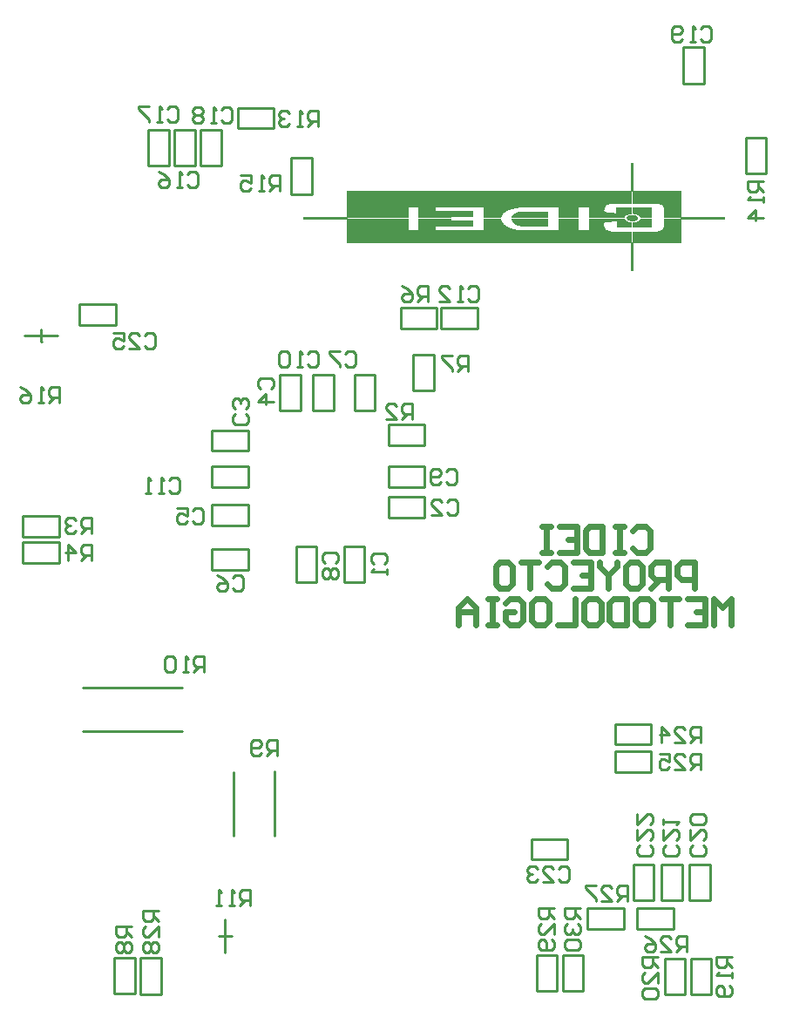
<source format=gbo>
%FSLAX24Y24*%
%MOIN*%
G70*
G01*
G75*
G04 Layer_Color=32896*
%ADD10C,0.0100*%
%ADD11C,0.0010*%
%ADD12C,0.0218*%
D10*
X51094Y63406D02*
Y64784D01*
X50306D02*
X51094D01*
X50306Y63406D02*
Y64784D01*
Y63406D02*
X51094D01*
Y63485D01*
X27163Y32011D02*
Y33389D01*
Y32011D02*
X27950D01*
Y33389D01*
X27163D02*
X27950D01*
X27163Y33310D02*
Y33389D01*
X26950Y32021D02*
Y33399D01*
X26163D02*
X26950D01*
X26163Y32021D02*
Y33399D01*
Y32021D02*
X26950D01*
Y32100D01*
X22666Y49294D02*
X24044D01*
X22666Y48506D02*
Y49294D01*
Y48506D02*
X24044D01*
Y49294D01*
X23965D02*
X24044D01*
X27456Y63706D02*
Y65084D01*
Y63706D02*
X28244D01*
Y65084D01*
X27456D02*
X28244D01*
X27456Y65005D02*
Y65084D01*
X28454Y63706D02*
Y65084D01*
Y63706D02*
X29242D01*
Y65084D01*
X28454D02*
X29242D01*
X28454Y65005D02*
Y65084D01*
X29452Y63706D02*
Y65084D01*
Y63706D02*
X30240D01*
Y65084D01*
X29452D02*
X30240D01*
X29452Y65005D02*
Y65084D01*
X48701Y66850D02*
Y68228D01*
X47913D02*
X48701D01*
X47913Y66850D02*
Y68228D01*
Y66850D02*
X48701D01*
Y66929D01*
X46006Y35606D02*
Y36984D01*
Y35606D02*
X46794D01*
Y36984D01*
X46006D02*
X46794D01*
X46006Y36906D02*
Y36984D01*
X47869Y35606D02*
Y36984D01*
X47081D02*
X47869D01*
X47081Y35606D02*
Y36984D01*
Y35606D02*
X47869D01*
Y35685D01*
X48156Y35606D02*
Y36984D01*
Y35606D02*
X48944D01*
Y36984D01*
X48156D02*
X48944D01*
X48156Y36906D02*
Y36984D01*
X44256Y34506D02*
X45634D01*
Y35294D01*
X44256D02*
X45634D01*
X44256Y34506D02*
Y35294D01*
Y34506D02*
X44335D01*
X46156D02*
X47534D01*
Y35294D01*
X46156D02*
X47534D01*
X46156Y34506D02*
Y35294D01*
Y34506D02*
X46235D01*
X42118Y37941D02*
X43496D01*
X42118Y37154D02*
Y37941D01*
Y37154D02*
X43496D01*
Y37941D01*
X43417D02*
X43496D01*
X47994Y32006D02*
Y33384D01*
X47206D02*
X47994D01*
X47206Y32006D02*
Y33384D01*
Y32006D02*
X47994D01*
Y32085D01*
X48994Y32006D02*
Y33384D01*
X48206D02*
X48994D01*
X48206Y32006D02*
Y33384D01*
Y32006D02*
X48994D01*
Y32085D01*
X45316Y41294D02*
X46694D01*
X45316Y40506D02*
Y41294D01*
Y40506D02*
X46694D01*
Y41294D01*
X46615D02*
X46694D01*
X45316Y42344D02*
X46694D01*
X45316Y41556D02*
Y42344D01*
Y41556D02*
X46694D01*
Y42344D01*
X46615D02*
X46694D01*
X42306Y32131D02*
Y33509D01*
Y32131D02*
X43094D01*
Y33509D01*
X42306D02*
X43094D01*
X42306Y33430D02*
Y33509D01*
X22666Y50294D02*
X24044D01*
X22666Y49506D02*
Y50294D01*
Y49506D02*
X24044D01*
Y50294D01*
X23965D02*
X24044D01*
X36637Y53006D02*
X38015D01*
Y53794D01*
X36637D02*
X38015D01*
X36637Y53006D02*
Y53794D01*
Y53006D02*
X36716D01*
X36637Y51416D02*
X38015D01*
Y52203D01*
X36637D02*
X38015D01*
X36637Y51416D02*
Y52203D01*
Y51416D02*
X36716D01*
X33109Y47752D02*
Y49130D01*
Y47752D02*
X33896D01*
Y49130D01*
X33109D02*
X33896D01*
X33109Y49051D02*
Y49130D01*
X29896Y50733D02*
X31274D01*
X29896Y49946D02*
Y50733D01*
Y49946D02*
X31274D01*
Y50733D01*
X31195D02*
X31274D01*
X29896Y52205D02*
X31274D01*
X29896Y51418D02*
Y52205D01*
Y51418D02*
X31274D01*
Y52205D01*
X31195D02*
X31274D01*
X36637Y50246D02*
X38015D01*
Y51033D01*
X36637D02*
X38015D01*
X36637Y50246D02*
Y51033D01*
Y50246D02*
X36716D01*
X34937Y47752D02*
Y49130D01*
Y47752D02*
X35724D01*
Y49130D01*
X34937D02*
X35724D01*
X34937Y49051D02*
Y49130D01*
X34535Y54319D02*
Y55697D01*
X33748D02*
X34535D01*
X33748Y54319D02*
Y55697D01*
Y54319D02*
X34535D01*
Y54398D01*
X29896Y53583D02*
X31274D01*
X29896Y52796D02*
Y53583D01*
Y52796D02*
X31274D01*
Y53583D01*
X31195D02*
X31274D01*
X33274Y54319D02*
Y55697D01*
X32487D02*
X33274D01*
X32487Y54319D02*
Y55697D01*
Y54319D02*
X33274D01*
Y54398D01*
X36124Y54319D02*
Y55697D01*
X35337D02*
X36124D01*
X35337Y54319D02*
Y55697D01*
Y54319D02*
X36124D01*
Y54398D01*
X29896Y49033D02*
X31274D01*
X29896Y48246D02*
Y49033D01*
Y48246D02*
X31274D01*
Y49033D01*
X31195D02*
X31274D01*
X38661Y57480D02*
X40039D01*
Y58268D01*
X38661D02*
X40039D01*
X38661Y57480D02*
Y58268D01*
Y57480D02*
X38740D01*
X37110D02*
X38488D01*
Y58268D01*
X37110D02*
X38488D01*
X37110Y57480D02*
Y58268D01*
Y57480D02*
X37189D01*
X37587Y55105D02*
Y56483D01*
Y55105D02*
X38374D01*
Y56483D01*
X37587D02*
X38374D01*
X37587Y56404D02*
Y56483D01*
X30877Y65908D02*
X32255D01*
X30877Y65121D02*
Y65908D01*
Y65121D02*
X32255D01*
Y65908D01*
X32176D02*
X32255D01*
X33714Y62618D02*
Y63996D01*
X32927D02*
X33714D01*
X32927Y62618D02*
Y63996D01*
Y62618D02*
X33714D01*
Y62697D01*
X43306Y32131D02*
Y33509D01*
Y32131D02*
X44094D01*
Y33509D01*
X43306D02*
X44094D01*
X43306Y33430D02*
Y33509D01*
X22725Y57199D02*
X24000D01*
X23363Y56959D02*
Y57439D01*
Y56959D02*
X23367Y56955D01*
X30640Y34246D02*
X30644Y34250D01*
X30160Y34246D02*
X30640D01*
X30400Y33608D02*
Y34884D01*
X24960Y43746D02*
X28740D01*
X24960Y42054D02*
X28740D01*
X24824Y57606D02*
X26202D01*
Y58394D01*
X24824D02*
X26202D01*
X24824Y57606D02*
Y58394D01*
Y57606D02*
X24903D01*
X32287Y38080D02*
Y40522D01*
X30717Y38067D02*
Y40516D01*
X32400Y41150D02*
Y41750D01*
X32100D01*
X32000Y41650D01*
Y41450D01*
X32100Y41350D01*
X32400D01*
X32200D02*
X32000Y41150D01*
X31800Y41250D02*
X31700Y41150D01*
X31500D01*
X31400Y41250D01*
Y41650D01*
X31500Y41750D01*
X31700D01*
X31800Y41650D01*
Y41550D01*
X31700Y41450D01*
X31400D01*
X51000Y63100D02*
X50400D01*
Y62800D01*
X50500Y62700D01*
X50700D01*
X50800Y62800D01*
Y63100D01*
Y62900D02*
X51000Y62700D01*
Y62500D02*
Y62300D01*
Y62400D01*
X50400D01*
X50500Y62500D01*
X51000Y61700D02*
X50400D01*
X50700Y62000D01*
Y61600D01*
X36080Y48456D02*
X35980Y48556D01*
Y48756D01*
X36080Y48856D01*
X36480D01*
X36580Y48756D01*
Y48556D01*
X36480Y48456D01*
X36580Y48256D02*
Y48056D01*
Y48156D01*
X35980D01*
X36080Y48256D01*
X38895Y50850D02*
X38995Y50950D01*
X39195D01*
X39295Y50850D01*
Y50450D01*
X39195Y50350D01*
X38995D01*
X38895Y50450D01*
X38295Y50350D02*
X38695D01*
X38295Y50750D01*
Y50850D01*
X38395Y50950D01*
X38595D01*
X38695Y50850D01*
X31200Y54200D02*
X31300Y54100D01*
Y53900D01*
X31200Y53800D01*
X30800D01*
X30700Y53900D01*
Y54100D01*
X30800Y54200D01*
X31200Y54400D02*
X31300Y54500D01*
Y54700D01*
X31200Y54800D01*
X31100D01*
X31000Y54700D01*
Y54600D01*
Y54700D01*
X30900Y54800D01*
X30800D01*
X30700Y54700D01*
Y54500D01*
X30800Y54400D01*
X31750Y55181D02*
X31650Y55281D01*
Y55481D01*
X31750Y55581D01*
X32150D01*
X32250Y55481D01*
Y55281D01*
X32150Y55181D01*
X32250Y54682D02*
X31650D01*
X31950Y54981D01*
Y54582D01*
X29150Y50500D02*
X29250Y50600D01*
X29450D01*
X29550Y50500D01*
Y50100D01*
X29450Y50000D01*
X29250D01*
X29150Y50100D01*
X28550Y50600D02*
X28950D01*
Y50300D01*
X28750Y50400D01*
X28650D01*
X28550Y50300D01*
Y50100D01*
X28650Y50000D01*
X28850D01*
X28950Y50100D01*
X30686Y47923D02*
X30786Y48023D01*
X30986D01*
X31086Y47923D01*
Y47523D01*
X30986Y47423D01*
X30786D01*
X30686Y47523D01*
X30087Y48023D02*
X30286Y47923D01*
X30486Y47723D01*
Y47523D01*
X30386Y47423D01*
X30187D01*
X30087Y47523D01*
Y47623D01*
X30187Y47723D01*
X30486D01*
X35000Y56500D02*
X35100Y56600D01*
X35300D01*
X35400Y56500D01*
Y56100D01*
X35300Y56000D01*
X35100D01*
X35000Y56100D01*
X34800Y56600D02*
X34400D01*
Y56500D01*
X34800Y56100D01*
Y56000D01*
X34230Y48506D02*
X34130Y48606D01*
Y48806D01*
X34230Y48906D01*
X34630D01*
X34730Y48806D01*
Y48606D01*
X34630Y48506D01*
X34230Y48306D02*
X34130Y48206D01*
Y48006D01*
X34230Y47906D01*
X34330D01*
X34430Y48006D01*
X34530Y47906D01*
X34630D01*
X34730Y48006D01*
Y48206D01*
X34630Y48306D01*
X34530D01*
X34430Y48206D01*
X34330Y48306D01*
X34230D01*
X34430Y48206D02*
Y48006D01*
X38853Y52008D02*
X38953Y52108D01*
X39153D01*
X39253Y52008D01*
Y51608D01*
X39153Y51508D01*
X38953D01*
X38853Y51608D01*
X38653D02*
X38553Y51508D01*
X38353D01*
X38253Y51608D01*
Y52008D01*
X38353Y52108D01*
X38553D01*
X38653Y52008D01*
Y51908D01*
X38553Y51808D01*
X38253D01*
X33550Y56500D02*
X33650Y56600D01*
X33850D01*
X33950Y56500D01*
Y56100D01*
X33850Y56000D01*
X33650D01*
X33550Y56100D01*
X33350Y56000D02*
X33150D01*
X33250D01*
Y56600D01*
X33350Y56500D01*
X32850D02*
X32750Y56600D01*
X32550D01*
X32450Y56500D01*
Y56100D01*
X32550Y56000D01*
X32750D01*
X32850Y56100D01*
Y56500D01*
X28250Y51674D02*
X28350Y51774D01*
X28550D01*
X28650Y51674D01*
Y51274D01*
X28550Y51174D01*
X28350D01*
X28250Y51274D01*
X28050Y51174D02*
X27850D01*
X27950D01*
Y51774D01*
X28050Y51674D01*
X27550Y51174D02*
X27350D01*
X27450D01*
Y51774D01*
X27550Y51674D01*
X39700Y59000D02*
X39800Y59100D01*
X40000D01*
X40100Y59000D01*
Y58600D01*
X40000Y58500D01*
X39800D01*
X39700Y58600D01*
X39500Y58500D02*
X39300D01*
X39400D01*
Y59100D01*
X39500Y59000D01*
X38600Y58500D02*
X39000D01*
X38600Y58900D01*
Y59000D01*
X38700Y59100D01*
X38900D01*
X39000Y59000D01*
X28953Y63353D02*
X29053Y63453D01*
X29253D01*
X29353Y63353D01*
Y62953D01*
X29253Y62853D01*
X29053D01*
X28953Y62953D01*
X28753Y62853D02*
X28553D01*
X28653D01*
Y63453D01*
X28753Y63353D01*
X27853Y63453D02*
X28053Y63353D01*
X28253Y63153D01*
Y62953D01*
X28153Y62853D01*
X27953D01*
X27853Y62953D01*
Y63053D01*
X27953Y63153D01*
X28253D01*
X28194Y65858D02*
X28294Y65958D01*
X28494D01*
X28594Y65858D01*
Y65458D01*
X28494Y65358D01*
X28294D01*
X28194Y65458D01*
X27994Y65358D02*
X27794D01*
X27894D01*
Y65958D01*
X27994Y65858D01*
X27494Y65958D02*
X27094D01*
Y65858D01*
X27494Y65458D01*
Y65358D01*
X30245Y65822D02*
X30345Y65922D01*
X30545D01*
X30645Y65822D01*
Y65422D01*
X30545Y65322D01*
X30345D01*
X30245Y65422D01*
X30045Y65322D02*
X29846D01*
X29945D01*
Y65922D01*
X30045Y65822D01*
X29546D02*
X29446Y65922D01*
X29246D01*
X29146Y65822D01*
Y65722D01*
X29246Y65622D01*
X29146Y65522D01*
Y65422D01*
X29246Y65322D01*
X29446D01*
X29546Y65422D01*
Y65522D01*
X29446Y65622D01*
X29546Y65722D01*
Y65822D01*
X29446Y65622D02*
X29246D01*
X48600Y68950D02*
X48700Y69050D01*
X48900D01*
X49000Y68950D01*
Y68550D01*
X48900Y68450D01*
X48700D01*
X48600Y68550D01*
X48400Y68450D02*
X48200D01*
X48300D01*
Y69050D01*
X48400Y68950D01*
X47900Y68550D02*
X47800Y68450D01*
X47600D01*
X47500Y68550D01*
Y68950D01*
X47600Y69050D01*
X47800D01*
X47900Y68950D01*
Y68850D01*
X47800Y68750D01*
X47500D01*
X48700Y37700D02*
X48800Y37600D01*
Y37400D01*
X48700Y37300D01*
X48300D01*
X48200Y37400D01*
Y37600D01*
X48300Y37700D01*
X48200Y38300D02*
Y37900D01*
X48600Y38300D01*
X48700D01*
X48800Y38200D01*
Y38000D01*
X48700Y37900D01*
Y38500D02*
X48800Y38600D01*
Y38800D01*
X48700Y38899D01*
X48300D01*
X48200Y38800D01*
Y38600D01*
X48300Y38500D01*
X48700D01*
X47650Y37700D02*
X47750Y37600D01*
Y37400D01*
X47650Y37300D01*
X47250D01*
X47150Y37400D01*
Y37600D01*
X47250Y37700D01*
X47150Y38300D02*
Y37900D01*
X47550Y38300D01*
X47650D01*
X47750Y38200D01*
Y38000D01*
X47650Y37900D01*
X47150Y38500D02*
Y38700D01*
Y38600D01*
X47750D01*
X47650Y38500D01*
X46650Y37700D02*
X46750Y37600D01*
Y37400D01*
X46650Y37300D01*
X46250D01*
X46150Y37400D01*
Y37600D01*
X46250Y37700D01*
X46150Y38300D02*
Y37900D01*
X46550Y38300D01*
X46650D01*
X46750Y38200D01*
Y38000D01*
X46650Y37900D01*
X46150Y38899D02*
Y38500D01*
X46550Y38899D01*
X46650D01*
X46750Y38800D01*
Y38600D01*
X46650Y38500D01*
X43152Y36797D02*
X43252Y36897D01*
X43452D01*
X43552Y36797D01*
Y36397D01*
X43452Y36297D01*
X43252D01*
X43152Y36397D01*
X42553Y36297D02*
X42953D01*
X42553Y36697D01*
Y36797D01*
X42653Y36897D01*
X42853D01*
X42953Y36797D01*
X42353D02*
X42253Y36897D01*
X42053D01*
X41953Y36797D01*
Y36697D01*
X42053Y36597D01*
X42153D01*
X42053D01*
X41953Y36497D01*
Y36397D01*
X42053Y36297D01*
X42253D01*
X42353Y36397D01*
X27331Y57200D02*
X27431Y57300D01*
X27631D01*
X27731Y57200D01*
Y56800D01*
X27631Y56700D01*
X27431D01*
X27331Y56800D01*
X26731Y56700D02*
X27131D01*
X26731Y57100D01*
Y57200D01*
X26831Y57300D01*
X27031D01*
X27131Y57200D01*
X26132Y57300D02*
X26531D01*
Y57000D01*
X26332Y57100D01*
X26232D01*
X26132Y57000D01*
Y56800D01*
X26232Y56700D01*
X26432D01*
X26531Y56800D01*
X37550Y54000D02*
Y54600D01*
X37250D01*
X37150Y54500D01*
Y54300D01*
X37250Y54200D01*
X37550D01*
X37350D02*
X37150Y54000D01*
X36550D02*
X36950D01*
X36550Y54400D01*
Y54500D01*
X36650Y54600D01*
X36850D01*
X36950Y54500D01*
X25300Y49650D02*
Y50250D01*
X25000D01*
X24900Y50150D01*
Y49950D01*
X25000Y49850D01*
X25300D01*
X25100D02*
X24900Y49650D01*
X24700Y50150D02*
X24600Y50250D01*
X24400D01*
X24300Y50150D01*
Y50050D01*
X24400Y49950D01*
X24500D01*
X24400D01*
X24300Y49850D01*
Y49750D01*
X24400Y49650D01*
X24600D01*
X24700Y49750D01*
X25300Y48600D02*
Y49200D01*
X25000D01*
X24900Y49100D01*
Y48900D01*
X25000Y48800D01*
X25300D01*
X25100D02*
X24900Y48600D01*
X24400D02*
Y49200D01*
X24700Y48900D01*
X24300D01*
X38150Y58500D02*
Y59100D01*
X37850D01*
X37750Y59000D01*
Y58800D01*
X37850Y58700D01*
X38150D01*
X37950D02*
X37750Y58500D01*
X37150Y59100D02*
X37350Y59000D01*
X37550Y58800D01*
Y58600D01*
X37450Y58500D01*
X37250D01*
X37150Y58600D01*
Y58700D01*
X37250Y58800D01*
X37550D01*
X39700Y55850D02*
Y56450D01*
X39400D01*
X39300Y56350D01*
Y56150D01*
X39400Y56050D01*
X39700D01*
X39500D02*
X39300Y55850D01*
X39100Y56450D02*
X38700D01*
Y56350D01*
X39100Y55950D01*
Y55850D01*
X26806Y34595D02*
X26206D01*
Y34295D01*
X26306Y34195D01*
X26506D01*
X26606Y34295D01*
Y34595D01*
Y34395D02*
X26806Y34195D01*
X26306Y33995D02*
X26206Y33895D01*
Y33695D01*
X26306Y33595D01*
X26406D01*
X26506Y33695D01*
X26606Y33595D01*
X26706D01*
X26806Y33695D01*
Y33895D01*
X26706Y33995D01*
X26606D01*
X26506Y33895D01*
X26406Y33995D01*
X26306D01*
X26506Y33895D02*
Y33695D01*
X29600Y44330D02*
Y44930D01*
X29300D01*
X29200Y44830D01*
Y44630D01*
X29300Y44530D01*
X29600D01*
X29400D02*
X29200Y44330D01*
X29000D02*
X28800D01*
X28900D01*
Y44930D01*
X29000Y44830D01*
X28500D02*
X28400Y44930D01*
X28200D01*
X28100Y44830D01*
Y44430D01*
X28200Y44330D01*
X28400D01*
X28500Y44430D01*
Y44830D01*
X31350Y35400D02*
Y36000D01*
X31050D01*
X30950Y35900D01*
Y35700D01*
X31050Y35600D01*
X31350D01*
X31150D02*
X30950Y35400D01*
X30750D02*
X30550D01*
X30650D01*
Y36000D01*
X30750Y35900D01*
X30250Y35400D02*
X30050D01*
X30150D01*
Y36000D01*
X30250Y35900D01*
X33958Y65218D02*
Y65818D01*
X33658D01*
X33558Y65718D01*
Y65518D01*
X33658Y65418D01*
X33958D01*
X33758D02*
X33558Y65218D01*
X33358D02*
X33158D01*
X33258D01*
Y65818D01*
X33358Y65718D01*
X32858D02*
X32758Y65818D01*
X32558D01*
X32458Y65718D01*
Y65618D01*
X32558Y65518D01*
X32658D01*
X32558D01*
X32458Y65418D01*
Y65318D01*
X32558Y65218D01*
X32758D01*
X32858Y65318D01*
X32500Y62750D02*
Y63350D01*
X32200D01*
X32100Y63250D01*
Y63050D01*
X32200Y62950D01*
X32500D01*
X32300D02*
X32100Y62750D01*
X31900D02*
X31700D01*
X31800D01*
Y63350D01*
X31900Y63250D01*
X31000Y63350D02*
X31400D01*
Y63050D01*
X31200Y63150D01*
X31100D01*
X31000Y63050D01*
Y62850D01*
X31100Y62750D01*
X31300D01*
X31400Y62850D01*
X24050Y54650D02*
Y55250D01*
X23750D01*
X23650Y55150D01*
Y54950D01*
X23750Y54850D01*
X24050D01*
X23850D02*
X23650Y54650D01*
X23450D02*
X23250D01*
X23350D01*
Y55250D01*
X23450Y55150D01*
X22550Y55250D02*
X22750Y55150D01*
X22950Y54950D01*
Y54750D01*
X22850Y54650D01*
X22650D01*
X22550Y54750D01*
Y54850D01*
X22650Y54950D01*
X22950D01*
X49800Y33450D02*
X49200D01*
Y33150D01*
X49300Y33050D01*
X49500D01*
X49600Y33150D01*
Y33450D01*
Y33250D02*
X49800Y33050D01*
Y32850D02*
Y32650D01*
Y32750D01*
X49200D01*
X49300Y32850D01*
X49700Y32350D02*
X49800Y32250D01*
Y32050D01*
X49700Y31950D01*
X49300D01*
X49200Y32050D01*
Y32250D01*
X49300Y32350D01*
X49400D01*
X49500Y32250D01*
Y31950D01*
X46950Y33450D02*
X46350D01*
Y33150D01*
X46450Y33050D01*
X46650D01*
X46750Y33150D01*
Y33450D01*
Y33250D02*
X46950Y33050D01*
Y32450D02*
Y32850D01*
X46550Y32450D01*
X46450D01*
X46350Y32550D01*
Y32750D01*
X46450Y32850D01*
Y32250D02*
X46350Y32150D01*
Y31950D01*
X46450Y31851D01*
X46850D01*
X46950Y31950D01*
Y32150D01*
X46850Y32250D01*
X46450D01*
X48600Y41650D02*
Y42250D01*
X48300D01*
X48200Y42150D01*
Y41950D01*
X48300Y41850D01*
X48600D01*
X48400D02*
X48200Y41650D01*
X47600D02*
X48000D01*
X47600Y42050D01*
Y42150D01*
X47700Y42250D01*
X47900D01*
X48000Y42150D01*
X47100Y41650D02*
Y42250D01*
X47400Y41950D01*
X47001D01*
X48600Y40600D02*
Y41200D01*
X48300D01*
X48200Y41100D01*
Y40900D01*
X48300Y40800D01*
X48600D01*
X48400D02*
X48200Y40600D01*
X47600D02*
X48000D01*
X47600Y41000D01*
Y41100D01*
X47700Y41200D01*
X47900D01*
X48000Y41100D01*
X47001Y41200D02*
X47400D01*
Y40900D01*
X47200Y41000D01*
X47100D01*
X47001Y40900D01*
Y40700D01*
X47100Y40600D01*
X47300D01*
X47400Y40700D01*
X48050Y33650D02*
Y34249D01*
X47750D01*
X47650Y34149D01*
Y33950D01*
X47750Y33850D01*
X48050D01*
X47850D02*
X47650Y33650D01*
X47050D02*
X47450D01*
X47050Y34049D01*
Y34149D01*
X47150Y34249D01*
X47350D01*
X47450Y34149D01*
X46450Y34249D02*
X46650Y34149D01*
X46850Y33950D01*
Y33750D01*
X46750Y33650D01*
X46550D01*
X46450Y33750D01*
Y33850D01*
X46550Y33950D01*
X46850D01*
X45777Y35560D02*
Y36160D01*
X45477D01*
X45377Y36060D01*
Y35860D01*
X45477Y35760D01*
X45777D01*
X45577D02*
X45377Y35560D01*
X44777D02*
X45177D01*
X44777Y35960D01*
Y36060D01*
X44877Y36160D01*
X45077D01*
X45177Y36060D01*
X44577Y36160D02*
X44177D01*
Y36060D01*
X44577Y35660D01*
Y35560D01*
X27856Y35195D02*
X27256D01*
Y34895D01*
X27356Y34795D01*
X27556D01*
X27656Y34895D01*
Y35195D01*
Y34995D02*
X27856Y34795D01*
Y34195D02*
Y34595D01*
X27456Y34195D01*
X27356D01*
X27256Y34295D01*
Y34495D01*
X27356Y34595D01*
Y33995D02*
X27256Y33895D01*
Y33695D01*
X27356Y33595D01*
X27456D01*
X27556Y33695D01*
X27656Y33595D01*
X27756D01*
X27856Y33695D01*
Y33895D01*
X27756Y33995D01*
X27656D01*
X27556Y33895D01*
X27456Y33995D01*
X27356D01*
X27556Y33895D02*
Y33695D01*
X43000Y35315D02*
X42400D01*
Y35015D01*
X42500Y34915D01*
X42700D01*
X42800Y35015D01*
Y35315D01*
Y35115D02*
X43000Y34915D01*
Y34315D02*
Y34715D01*
X42600Y34315D01*
X42500D01*
X42400Y34415D01*
Y34615D01*
X42500Y34715D01*
X42900Y34115D02*
X43000Y34015D01*
Y33815D01*
X42900Y33715D01*
X42500D01*
X42400Y33815D01*
Y34015D01*
X42500Y34115D01*
X42600D01*
X42700Y34015D01*
Y33715D01*
X44000Y35315D02*
X43400D01*
Y35015D01*
X43500Y34915D01*
X43700D01*
X43800Y35015D01*
Y35315D01*
Y35115D02*
X44000Y34915D01*
X43500Y34715D02*
X43400Y34615D01*
Y34415D01*
X43500Y34315D01*
X43600D01*
X43700Y34415D01*
Y34515D01*
Y34415D01*
X43800Y34315D01*
X43900D01*
X44000Y34415D01*
Y34615D01*
X43900Y34715D01*
X43500Y34115D02*
X43400Y34015D01*
Y33815D01*
X43500Y33715D01*
X43900D01*
X44000Y33815D01*
Y34015D01*
X43900Y34115D01*
X43500D01*
D11*
X35061Y61200D02*
X45061D01*
X35061Y62720D02*
X45931D01*
X35061Y62710D02*
X45931D01*
X35061Y62700D02*
X45931D01*
X35061Y62690D02*
X45931D01*
X35061Y62680D02*
X45931D01*
X35061Y62670D02*
X45931D01*
X35061Y62660D02*
X45931D01*
X35061Y62650D02*
X45931D01*
X35061Y62640D02*
X45931D01*
X35061Y62630D02*
X45931D01*
X35061Y62620D02*
X45931D01*
X35061Y62610D02*
X45931D01*
X35061Y62600D02*
X45931D01*
X35061Y62590D02*
X45931D01*
X35061Y62580D02*
X45931D01*
X35061Y62570D02*
X45931D01*
X35061Y62560D02*
X45931D01*
X35061Y62550D02*
X45931D01*
X35061Y62540D02*
X45931D01*
X35061Y62530D02*
X45931D01*
X35061Y62520D02*
X45931D01*
X35061Y62510D02*
X45931D01*
X35061Y62500D02*
X45931D01*
X35061Y62490D02*
X45931D01*
X35061Y62480D02*
X45931D01*
X35061Y62470D02*
X45931D01*
X35061Y62460D02*
X45931D01*
X35061Y62450D02*
X45931D01*
X35061Y62440D02*
X45931D01*
X35061Y62430D02*
X45931D01*
X35061Y62420D02*
X45931D01*
X35061Y62410D02*
X45931D01*
X35061Y62400D02*
X45931D01*
X35061Y62390D02*
X45931D01*
X35061Y62380D02*
X45931D01*
X35061Y62370D02*
X45931D01*
X35061Y62360D02*
X45931D01*
X35061Y62350D02*
X45931D01*
X35061Y62340D02*
X45931D01*
X35061Y62330D02*
X45931D01*
X35061Y62320D02*
X45931D01*
X35061Y62310D02*
X45931D01*
X35061Y62300D02*
X45931D01*
X35061Y62290D02*
X45931D01*
X35061Y62280D02*
X45931D01*
X35061Y62270D02*
X45931D01*
X35061Y62260D02*
X45111D01*
X35061Y62250D02*
X45051D01*
X35061Y62240D02*
X45021D01*
X35061Y62230D02*
X45001D01*
X35061Y62220D02*
X44981D01*
X35061Y62210D02*
X44961D01*
X35061Y62200D02*
X44951D01*
X35061Y62190D02*
X44941D01*
X35061Y62180D02*
X44931D01*
X35061Y62170D02*
X44921D01*
X35061Y62160D02*
X44911D01*
X35061Y62150D02*
X44901D01*
X35061Y62140D02*
X44901D01*
X35061Y62130D02*
X44891D01*
X37791Y61980D02*
X39851D01*
X37791Y61970D02*
X39851D01*
X37791Y61960D02*
X39851D01*
X37791Y61950D02*
X39851D01*
X37791Y61940D02*
X39851D01*
X37791Y61930D02*
X39851D01*
X37791Y61920D02*
X39851D01*
X37791Y61910D02*
X39851D01*
X37791Y61900D02*
X39851D01*
X37791Y61890D02*
X39851D01*
X37791Y61880D02*
X39851D01*
X37791Y61870D02*
X39851D01*
X37791Y61860D02*
X39851D01*
X37791Y61850D02*
X39851D01*
X37791Y61840D02*
X39851D01*
X37791Y61830D02*
X39851D01*
X37791Y61820D02*
X39851D01*
X37791Y61810D02*
X39851D01*
X37791Y61800D02*
X39851D01*
X37791Y61790D02*
X39851D01*
X37791Y61780D02*
X39851D01*
X37791Y61770D02*
X39851D01*
X37791Y61760D02*
X39851D01*
X37791Y61600D02*
X39851D01*
X37791Y61590D02*
X39851D01*
X37791Y61580D02*
X39851D01*
X37791Y61570D02*
X39851D01*
X37791Y61560D02*
X39851D01*
X37791Y61550D02*
X39851D01*
X37791Y61540D02*
X39851D01*
X37791Y61530D02*
X39851D01*
X37791Y61520D02*
X39851D01*
X37791Y61510D02*
X39851D01*
X37791Y61500D02*
X39851D01*
X37791Y61490D02*
X39851D01*
X37791Y61480D02*
X39851D01*
X37791Y61470D02*
X39851D01*
X37791Y61460D02*
X39851D01*
X37791Y61450D02*
X39851D01*
X37791Y61440D02*
X39851D01*
X37791Y61430D02*
X39851D01*
X37791Y61420D02*
X39851D01*
X37791Y61410D02*
X39851D01*
X35061Y61230D02*
X44981D01*
X35061Y61220D02*
X45001D01*
X35061Y61210D02*
X45031D01*
X35061Y61190D02*
X45101D01*
X35061Y61180D02*
X45181D01*
X35061Y61170D02*
X45931D01*
X35061Y61160D02*
X45931D01*
X35061Y61150D02*
X45931D01*
X35061Y61140D02*
X45931D01*
X35061Y61130D02*
X45931D01*
X35061Y61120D02*
X45931D01*
X35061Y61110D02*
X45931D01*
X35061Y61100D02*
X45931D01*
X35061Y61090D02*
X45931D01*
X35061Y61080D02*
X45931D01*
X35061Y61070D02*
X45931D01*
X35061Y61060D02*
X45931D01*
X35061Y61050D02*
X45931D01*
X35061Y61040D02*
X45931D01*
X35061Y61030D02*
X45931D01*
X35061Y61020D02*
X45931D01*
X35061Y61010D02*
X45931D01*
X35061Y61000D02*
X45931D01*
X35061Y60990D02*
X45931D01*
X35061Y60980D02*
X45931D01*
X35061Y60970D02*
X45931D01*
X35061Y60960D02*
X45931D01*
X35061Y60950D02*
X45931D01*
X35061Y60940D02*
X45931D01*
X35061Y60930D02*
X45931D01*
X35061Y60920D02*
X45931D01*
X35061Y60910D02*
X45931D01*
X35061Y60900D02*
X45931D01*
X35061Y60890D02*
X45931D01*
X35061Y60880D02*
X45931D01*
X35061Y60870D02*
X45931D01*
X35061Y60860D02*
X45931D01*
X35061Y60850D02*
X45931D01*
X35061Y60840D02*
X45931D01*
X35061Y60830D02*
X45931D01*
X35061Y60820D02*
X45931D01*
X35061Y60810D02*
X45931D01*
X35061Y60800D02*
X45931D01*
X35061Y60790D02*
X45931D01*
X35061Y60780D02*
X45931D01*
X35061Y60770D02*
X47801D01*
X37791Y62000D02*
X38411D01*
X37791Y62120D02*
X38411D01*
X37791Y62110D02*
X38411D01*
X37791Y62100D02*
X38411D01*
X37791Y62090D02*
X38411D01*
X37791Y62080D02*
X38411D01*
X37791Y62070D02*
X38411D01*
X37791Y62060D02*
X38411D01*
X37791Y62050D02*
X38411D01*
X37791Y62040D02*
X38411D01*
X37791Y62030D02*
X38411D01*
X37791Y62020D02*
X38411D01*
X37791Y62010D02*
X38411D01*
X37791Y61990D02*
X38411D01*
X37791Y61750D02*
X39021D01*
X37791Y61740D02*
X39021D01*
X33381D02*
X37361D01*
X33381Y61730D02*
X35061D01*
X33381Y61720D02*
X35061D01*
X33381Y61710D02*
X35061D01*
X33381Y61700D02*
X35061D01*
X33381Y61690D02*
X35061D01*
X33381Y61680D02*
X35061D01*
X37791Y61670D02*
X39021D01*
X37791Y61660D02*
X39021D01*
X37791Y61650D02*
X39021D01*
X37791Y61640D02*
X39021D01*
X37791Y61630D02*
X39021D01*
X37791Y61620D02*
X39021D01*
X37791Y61610D02*
X39021D01*
X37791Y61400D02*
X38411D01*
X37791Y61390D02*
X38411D01*
X37791Y61380D02*
X38411D01*
X37791Y61370D02*
X38411D01*
X37791Y61360D02*
X38411D01*
X37791Y61350D02*
X38411D01*
X37791Y61340D02*
X38411D01*
X37791Y61330D02*
X38411D01*
X37791Y61320D02*
X38411D01*
X37791Y61310D02*
X38411D01*
X37791Y61300D02*
X38411D01*
X37791Y61290D02*
X38411D01*
X37791Y61280D02*
X38411D01*
X37791Y61270D02*
X38411D01*
X37791Y61260D02*
X38411D01*
X37791Y61250D02*
X38411D01*
X37791Y61240D02*
X38411D01*
X40281Y62120D02*
X41681D01*
X40281Y62110D02*
X41581D01*
X40281Y62100D02*
X41511D01*
X40281Y62090D02*
X41451D01*
X44321Y61910D02*
X45061D01*
X44321Y61900D02*
X45161D01*
X44321Y61890D02*
X45261D01*
X44321Y61880D02*
X45901D01*
X44321Y61870D02*
X45841D01*
X44321Y61860D02*
X45801D01*
X41451D02*
X42711D01*
X44321Y61850D02*
X45771D01*
X41441D02*
X42711D01*
X44321Y61840D02*
X45741D01*
X41421D02*
X42711D01*
X44321Y61830D02*
X45721D01*
X41411D02*
X42711D01*
X44321Y61820D02*
X45711D01*
X41401D02*
X42711D01*
X44321Y61810D02*
X45691D01*
X41391D02*
X42711D01*
X44321Y61800D02*
X45681D01*
X41391D02*
X42711D01*
X44321Y61790D02*
X45671D01*
X41381D02*
X42711D01*
X44321Y61780D02*
X45661D01*
X41371D02*
X42711D01*
X44321Y61770D02*
X45651D01*
X41371D02*
X42711D01*
X44321Y61760D02*
X45641D01*
X41361D02*
X42711D01*
X44321Y61750D02*
X45641D01*
X41361D02*
X42711D01*
X47181Y61740D02*
X49481D01*
X44321D02*
X45631D01*
X41361D02*
X42711D01*
X47801Y61730D02*
X49481D01*
X47801Y61720D02*
X49481D01*
X47801Y61710D02*
X49481D01*
X47801Y61700D02*
X49481D01*
X47801Y61690D02*
X49481D01*
X47801Y61680D02*
X49481D01*
X44321Y61670D02*
X45641D01*
X41351D02*
X42711D01*
X44321Y61660D02*
X45641D01*
X41351D02*
X42711D01*
X44321Y61650D02*
X45651D01*
X41361D02*
X42711D01*
X44321Y61640D02*
X45651D01*
X41361D02*
X42711D01*
X44321Y61630D02*
X45661D01*
X41361D02*
X42711D01*
X44321Y61620D02*
X45671D01*
X41371D02*
X42711D01*
X44321Y61610D02*
X45681D01*
X41371D02*
X42711D01*
X44321Y61600D02*
X45331D01*
X41381D02*
X42711D01*
X44321Y61590D02*
X45231D01*
X41381D02*
X42711D01*
X44321Y61580D02*
X45141D01*
X41391D02*
X42711D01*
X44321Y61570D02*
X45051D01*
X41401D02*
X42711D01*
X41411Y61560D02*
X42711D01*
X41411Y61550D02*
X42711D01*
X41421Y61540D02*
X42711D01*
X41431Y61530D02*
X42711D01*
X41441Y61520D02*
X42711D01*
X41451Y61510D02*
X42711D01*
X40281Y61260D02*
X41491D01*
X40281Y61250D02*
X41561D01*
X40281Y61240D02*
X41661D01*
X35061Y62000D02*
X37371D01*
X40281D02*
X41161D01*
X43141D02*
X43891D01*
X47181D02*
X47801D01*
X45991D02*
X46681D01*
X45361D02*
X45931D01*
X46991Y61200D02*
X47801D01*
X35061Y62120D02*
X37371D01*
X35061Y62110D02*
X37371D01*
X35061Y62100D02*
X37371D01*
X35061Y62090D02*
X37371D01*
X35061Y62080D02*
X37371D01*
X35061Y62070D02*
X37371D01*
X35061Y62060D02*
X37371D01*
X35061Y62050D02*
X37371D01*
X35061Y62040D02*
X37371D01*
X35061Y62030D02*
X37371D01*
X35061Y62020D02*
X37371D01*
X35061Y62010D02*
X37371D01*
X35061Y61990D02*
X37371D01*
X35061Y61980D02*
X37371D01*
X35061Y61970D02*
X37371D01*
X35061Y61960D02*
X37371D01*
X35061Y61950D02*
X37371D01*
X35061Y61940D02*
X37371D01*
X35061Y61930D02*
X37371D01*
X35061Y61920D02*
X37371D01*
X35061Y61910D02*
X37371D01*
X35061Y61900D02*
X37371D01*
X35061Y61890D02*
X37371D01*
X35061Y61880D02*
X37371D01*
X35061Y61870D02*
X37371D01*
X35061Y61860D02*
X37371D01*
X35061Y61850D02*
X37371D01*
X35061Y61840D02*
X37371D01*
X35061Y61830D02*
X37371D01*
X35061Y61820D02*
X37371D01*
X35061Y61810D02*
X37371D01*
X35061Y61800D02*
X37371D01*
X35061Y61790D02*
X37371D01*
X35061Y61780D02*
X37371D01*
X35061Y61770D02*
X37371D01*
X35061Y61760D02*
X37371D01*
X35061Y61750D02*
X37371D01*
X35061Y61670D02*
X37371D01*
X35061Y61660D02*
X37371D01*
X35061Y61650D02*
X37371D01*
X35061Y61640D02*
X37371D01*
X35061Y61630D02*
X37371D01*
X35061Y61620D02*
X37371D01*
X35061Y61610D02*
X37371D01*
X35061Y61600D02*
X37371D01*
X35061Y61590D02*
X37371D01*
X35061Y61580D02*
X37371D01*
X35061Y61570D02*
X37371D01*
X35061Y61560D02*
X37371D01*
X35061Y61550D02*
X37371D01*
X35061Y61540D02*
X37371D01*
X35061Y61530D02*
X37371D01*
X35061Y61520D02*
X37371D01*
X35061Y61510D02*
X37371D01*
X35061Y61500D02*
X37371D01*
X35061Y61490D02*
X37371D01*
X35061Y61480D02*
X37371D01*
X35061Y61470D02*
X37371D01*
X35061Y61460D02*
X37371D01*
X35061Y61450D02*
X37371D01*
X35061Y61440D02*
X37371D01*
X35061Y61430D02*
X37371D01*
X35061Y61420D02*
X37371D01*
X35061Y61410D02*
X37371D01*
X35061Y61400D02*
X37371D01*
X35061Y61390D02*
X37371D01*
X35061Y61380D02*
X37371D01*
X35061Y61370D02*
X37371D01*
X35061Y61360D02*
X37371D01*
X35061Y61350D02*
X37371D01*
X35061Y61340D02*
X37371D01*
X35061Y61330D02*
X37371D01*
X35061Y61320D02*
X37371D01*
X35061Y61310D02*
X37371D01*
X35061Y61300D02*
X37371D01*
X35061Y61290D02*
X37371D01*
X35061Y61280D02*
X37371D01*
X35061Y61270D02*
X37371D01*
X35061Y61260D02*
X37371D01*
X35061Y61250D02*
X37371D01*
X35061Y61240D02*
X37371D01*
X40281Y62080D02*
X41411D01*
X40281Y62070D02*
X41361D01*
X40281Y62060D02*
X41331D01*
X40281Y62050D02*
X41291D01*
X40281Y62040D02*
X41261D01*
X40281Y62030D02*
X41231D01*
X40281Y62020D02*
X41211D01*
X40281Y62010D02*
X41181D01*
X40281Y61990D02*
X41141D01*
X40281Y61980D02*
X41121D01*
X40281Y61970D02*
X41101D01*
X40281Y61960D02*
X41091D01*
X40281Y61950D02*
X41071D01*
X40281Y61940D02*
X41061D01*
X40281Y61930D02*
X41051D01*
X40281Y61440D02*
X41051D01*
X40281Y61430D02*
X41061D01*
X40281Y61420D02*
X41081D01*
X40281Y61410D02*
X41091D01*
X40281Y61400D02*
X41101D01*
X40281Y61390D02*
X41121D01*
X40281Y61380D02*
X41131D01*
X40281Y61370D02*
X41151D01*
X40281Y61360D02*
X41171D01*
X40281Y61350D02*
X41191D01*
X40281Y61340D02*
X41211D01*
X40281Y61330D02*
X41231D01*
X40281Y61320D02*
X41261D01*
X40281Y61310D02*
X41281D01*
X40281Y61300D02*
X41311D01*
X40281Y61290D02*
X41351D01*
X40281Y61280D02*
X41391D01*
X40281Y61270D02*
X41431D01*
X43141Y62120D02*
X43891D01*
X43141Y62110D02*
X43891D01*
X43141Y62100D02*
X43891D01*
X43141Y62090D02*
X43891D01*
X43141Y62080D02*
X43891D01*
X43141Y62070D02*
X43891D01*
X43141Y62060D02*
X43891D01*
X43141Y62050D02*
X43891D01*
X43141Y62040D02*
X43891D01*
X43141Y62030D02*
X43891D01*
X43141Y62020D02*
X43891D01*
X43141Y62010D02*
X43891D01*
X43141Y61990D02*
X43891D01*
X43141Y61980D02*
X43891D01*
X43141Y61970D02*
X43891D01*
X43141Y61960D02*
X43891D01*
X43141Y61950D02*
X43891D01*
X41771D02*
X42711D01*
X43141Y61940D02*
X43891D01*
X41681D02*
X42711D01*
X43141Y61930D02*
X43891D01*
X41631D02*
X42711D01*
X43141Y61920D02*
X43891D01*
X41591D02*
X42711D01*
X43141Y61910D02*
X43891D01*
X41561D02*
X42711D01*
X43141Y61900D02*
X43891D01*
X41531D02*
X42711D01*
X43141Y61890D02*
X43891D01*
X41501D02*
X42711D01*
X43141Y61880D02*
X43891D01*
X41481D02*
X42711D01*
X43141Y61870D02*
X43891D01*
X41471D02*
X42711D01*
X43141Y61860D02*
X43891D01*
X43141Y61850D02*
X43891D01*
X43141Y61840D02*
X43891D01*
X43141Y61830D02*
X43891D01*
X43141Y61820D02*
X43891D01*
X43141Y61810D02*
X43891D01*
X43141Y61800D02*
X43891D01*
X43141Y61790D02*
X43891D01*
X43141Y61780D02*
X43891D01*
X43141Y61770D02*
X43891D01*
X43141Y61760D02*
X43891D01*
X43141Y61750D02*
X43891D01*
X43141Y61740D02*
X43891D01*
X43141Y61670D02*
X43891D01*
X43141Y61660D02*
X43891D01*
X43141Y61650D02*
X43891D01*
X43141Y61640D02*
X43891D01*
X43141Y61630D02*
X43891D01*
X43141Y61620D02*
X43891D01*
X43141Y61610D02*
X43891D01*
X43141Y61600D02*
X43891D01*
X43141Y61590D02*
X43891D01*
X43141Y61580D02*
X43891D01*
X43141Y61570D02*
X43891D01*
X43141Y61560D02*
X43891D01*
X43141Y61550D02*
X43891D01*
X43141Y61540D02*
X43891D01*
X43141Y61530D02*
X43891D01*
X43141Y61520D02*
X43891D01*
X43141Y61510D02*
X43891D01*
X43141Y61500D02*
X43891D01*
X41471D02*
X42711D01*
X43141Y61490D02*
X43891D01*
X41481D02*
X42711D01*
X43141Y61480D02*
X43891D01*
X41491D02*
X42711D01*
X43141Y61470D02*
X43891D01*
X41511D02*
X42711D01*
X43141Y61460D02*
X43891D01*
X41531D02*
X42711D01*
X43141Y61450D02*
X43891D01*
X41551D02*
X42711D01*
X43141Y61440D02*
X43891D01*
X41571D02*
X42711D01*
X43141Y61430D02*
X43891D01*
X41601D02*
X42711D01*
X43141Y61420D02*
X43891D01*
X41631D02*
X42711D01*
X43141Y61410D02*
X43891D01*
X41681D02*
X42711D01*
X43141Y61400D02*
X43891D01*
X41751D02*
X42711D01*
X43141Y61390D02*
X43891D01*
X43141Y61380D02*
X43891D01*
X43141Y61370D02*
X43891D01*
X43141Y61360D02*
X43891D01*
X43141Y61350D02*
X43891D01*
X43141Y61340D02*
X43891D01*
X43141Y61330D02*
X43891D01*
X43141Y61320D02*
X43891D01*
X43141Y61310D02*
X43891D01*
X43141Y61300D02*
X43891D01*
X43141Y61290D02*
X43891D01*
X43141Y61280D02*
X43891D01*
X43141Y61270D02*
X43891D01*
X43141Y61260D02*
X43891D01*
X43141Y61250D02*
X43891D01*
X43141Y61240D02*
X43891D01*
X45991Y62720D02*
X47801D01*
X45991Y62710D02*
X47801D01*
X45991Y62700D02*
X47801D01*
X45991Y62690D02*
X47801D01*
X45991Y62680D02*
X47801D01*
X45991Y62670D02*
X47801D01*
X45991Y62660D02*
X47801D01*
X45991Y62650D02*
X47801D01*
X45991Y62640D02*
X47801D01*
X45991Y62630D02*
X47801D01*
X45991Y62620D02*
X47801D01*
X45991Y62610D02*
X47801D01*
X45991Y62600D02*
X47801D01*
X45991Y62590D02*
X47801D01*
X45991Y62580D02*
X47801D01*
X45991Y62570D02*
X47801D01*
X45991Y62560D02*
X47801D01*
X45991Y62550D02*
X47801D01*
X45991Y62540D02*
X47801D01*
X45991Y62530D02*
X47801D01*
X45991Y62520D02*
X47801D01*
X45991Y62510D02*
X47801D01*
X45991Y62500D02*
X47801D01*
X45991Y62490D02*
X47801D01*
X45991Y62480D02*
X47801D01*
X45991Y62470D02*
X47801D01*
X45991Y62460D02*
X47801D01*
X45991Y62450D02*
X47801D01*
X45991Y62440D02*
X47801D01*
X45991Y62430D02*
X47801D01*
X45991Y62420D02*
X47801D01*
X45991Y62410D02*
X47801D01*
X45991Y62400D02*
X47801D01*
X45991Y62390D02*
X47801D01*
X45991Y62380D02*
X47801D01*
X45991Y62370D02*
X47801D01*
X45991Y62360D02*
X47801D01*
X45991Y62350D02*
X47801D01*
X45991Y62340D02*
X47801D01*
X45991Y62330D02*
X47801D01*
X45991Y62320D02*
X47801D01*
X45991Y62310D02*
X47801D01*
X45991Y62300D02*
X47801D01*
X45991Y62290D02*
X47801D01*
X45991Y62280D02*
X47801D01*
X45991Y62270D02*
X47801D01*
X46961Y62260D02*
X47801D01*
X47011Y62250D02*
X47801D01*
X47051Y62240D02*
X47801D01*
X47071Y62230D02*
X47801D01*
X47091Y62220D02*
X47801D01*
X47101Y62210D02*
X47801D01*
X47121Y62200D02*
X47801D01*
X47131Y62190D02*
X47801D01*
X47141Y62180D02*
X47801D01*
X47141Y62170D02*
X47801D01*
X47151Y62160D02*
X47801D01*
X47161Y62150D02*
X47801D01*
X47161Y62140D02*
X47801D01*
X47161Y62130D02*
X47801D01*
X47171Y62120D02*
X47801D01*
X47171Y62110D02*
X47801D01*
X47171Y62100D02*
X47801D01*
X47171Y62090D02*
X47801D01*
X45991D02*
X46681D01*
X45361D02*
X45931D01*
X47171Y62080D02*
X47801D01*
X45991D02*
X46681D01*
X45361D02*
X45931D01*
X47181Y62070D02*
X47801D01*
X45991D02*
X46681D01*
X45361D02*
X45931D01*
X47181Y62060D02*
X47801D01*
X45991D02*
X46681D01*
X45361D02*
X45931D01*
X47181Y62050D02*
X47801D01*
X45991D02*
X46681D01*
X45361D02*
X45931D01*
X47181Y62040D02*
X47801D01*
X45991D02*
X46681D01*
X45361D02*
X45931D01*
X47181Y62030D02*
X47801D01*
X45991D02*
X46681D01*
X45361D02*
X45931D01*
X47181Y62020D02*
X47801D01*
X45991D02*
X46681D01*
X45361D02*
X45931D01*
X47181Y62010D02*
X47801D01*
X45991D02*
X46681D01*
X45361D02*
X45931D01*
X47181Y61990D02*
X47801D01*
X45991D02*
X46681D01*
X45361D02*
X45931D01*
X47181Y61980D02*
X47801D01*
X45991D02*
X46681D01*
X45361D02*
X45931D01*
X47181Y61970D02*
X47801D01*
X45991D02*
X46681D01*
X45361D02*
X45931D01*
X47181Y61960D02*
X47801D01*
X45991D02*
X46681D01*
X45361D02*
X45931D01*
X47181Y61950D02*
X47801D01*
X45991D02*
X46681D01*
X45361D02*
X45931D01*
X47181Y61940D02*
X47801D01*
X45991D02*
X46681D01*
X45361D02*
X45931D01*
X47181Y61930D02*
X47801D01*
X45991D02*
X46681D01*
X45361D02*
X45931D01*
X47181Y61920D02*
X47801D01*
X45991D02*
X46681D01*
X45361D02*
X45931D01*
X47181Y61910D02*
X47801D01*
X45991D02*
X46681D01*
X45361D02*
X45931D01*
X47181Y61900D02*
X47801D01*
X45991D02*
X46681D01*
X45361D02*
X45931D01*
X47181Y61890D02*
X47801D01*
X45991D02*
X46681D01*
X45361D02*
X45931D01*
X47181Y61880D02*
X47801D01*
X46011D02*
X46681D01*
X47181Y61870D02*
X47801D01*
X46081D02*
X46681D01*
X47181Y61860D02*
X47801D01*
X46121D02*
X46681D01*
X47181Y61850D02*
X47801D01*
X46151D02*
X46681D01*
X47181Y61840D02*
X47801D01*
X46171D02*
X46681D01*
X47181Y61830D02*
X47801D01*
X46191D02*
X46681D01*
X47181Y61820D02*
X47801D01*
X46211D02*
X46681D01*
X47181Y61810D02*
X47801D01*
X46221D02*
X46681D01*
X47181Y61800D02*
X47801D01*
X46241D02*
X46681D01*
X47181Y61790D02*
X47801D01*
X46251D02*
X46681D01*
X45831D02*
X46081D01*
X47181Y61780D02*
X47801D01*
X46261D02*
X46681D01*
X45811D02*
X46101D01*
X47181Y61770D02*
X47801D01*
X46271D02*
X46681D01*
X45801D02*
X46121D01*
X47181Y61760D02*
X47801D01*
X46271D02*
X46681D01*
X45781D02*
X46131D01*
X47181Y61750D02*
X47801D01*
X46281D02*
X46681D01*
X45781D02*
X46141D01*
X46281Y61740D02*
X46681D01*
X45771D02*
X46151D01*
X45761Y61730D02*
X46151D01*
X45761Y61720D02*
X46151D01*
X45761Y61710D02*
X46161D01*
X45761Y61700D02*
X46161D01*
X45761Y61690D02*
X46151D01*
X45771Y61680D02*
X46151D01*
X47181Y61670D02*
X47801D01*
X46281D02*
X46681D01*
X45771D02*
X46151D01*
X47181Y61660D02*
X47801D01*
X46281D02*
X46681D01*
X45781D02*
X46141D01*
X47181Y61650D02*
X47801D01*
X46271D02*
X46681D01*
X45791D02*
X46131D01*
X47181Y61640D02*
X47801D01*
X46261D02*
X46681D01*
X45801D02*
X46121D01*
X47181Y61630D02*
X47801D01*
X46251D02*
X46681D01*
X45821D02*
X46101D01*
X47181Y61620D02*
X47801D01*
X46241D02*
X46681D01*
X45841D02*
X46081D01*
X47181Y61610D02*
X47801D01*
X46231D02*
X46681D01*
X47181Y61600D02*
X47801D01*
X46221D02*
X46681D01*
X47181Y61590D02*
X47801D01*
X46201D02*
X46681D01*
X47181Y61580D02*
X47801D01*
X46191D02*
X46681D01*
X47181Y61570D02*
X47801D01*
X46171D02*
X46681D01*
X47181Y61560D02*
X47801D01*
X46141D02*
X46681D01*
X47181Y61550D02*
X47801D01*
X46111D02*
X46681D01*
X47181Y61540D02*
X47801D01*
X46061D02*
X46681D01*
X45381D02*
X45851D01*
X47181Y61530D02*
X47801D01*
X45991D02*
X46681D01*
X45381D02*
X45931D01*
X47181Y61520D02*
X47801D01*
X45991D02*
X46681D01*
X45381D02*
X45931D01*
X47181Y61510D02*
X47801D01*
X45991D02*
X46681D01*
X45381D02*
X45931D01*
X47181Y61500D02*
X47801D01*
X45991D02*
X46681D01*
X45381D02*
X45931D01*
X47181Y61490D02*
X47801D01*
X45991D02*
X46681D01*
X45381D02*
X45931D01*
X47181Y61480D02*
X47801D01*
X45991D02*
X46681D01*
X45381D02*
X45931D01*
X47181Y61470D02*
X47801D01*
X45991D02*
X46681D01*
X45381D02*
X45931D01*
X47181Y61460D02*
X47801D01*
X45991D02*
X46681D01*
X45381D02*
X45931D01*
X47181Y61450D02*
X47801D01*
X45991D02*
X46681D01*
X45381D02*
X45931D01*
X47181Y61440D02*
X47801D01*
X45991D02*
X46681D01*
X45381D02*
X45931D01*
X47181Y61430D02*
X47801D01*
X45991D02*
X46681D01*
X45381D02*
X45931D01*
X47181Y61420D02*
X47801D01*
X45991D02*
X46681D01*
X45381D02*
X45931D01*
X47181Y61410D02*
X47801D01*
X45991D02*
X46681D01*
X45381D02*
X45931D01*
X47181Y61400D02*
X47801D01*
X45991D02*
X46681D01*
X45381D02*
X45931D01*
X47181Y61390D02*
X47801D01*
X45991D02*
X46681D01*
X45381D02*
X45931D01*
X47181Y61380D02*
X47801D01*
X45991D02*
X46681D01*
X45381D02*
X45931D01*
X47171Y61370D02*
X47801D01*
X47171Y61360D02*
X47801D01*
X47171Y61350D02*
X47801D01*
X47171Y61340D02*
X47801D01*
X47161Y61330D02*
X47801D01*
X47161Y61320D02*
X47801D01*
X47151Y61310D02*
X47801D01*
X47141Y61300D02*
X47801D01*
X47141Y61290D02*
X47801D01*
X47131Y61280D02*
X47801D01*
X47121Y61270D02*
X47801D01*
X47111Y61260D02*
X47801D01*
X47091Y61250D02*
X47801D01*
X47081Y61240D02*
X47801D01*
X47061Y61230D02*
X47801D01*
X47041Y61220D02*
X47801D01*
X47021Y61210D02*
X47801D01*
X46941Y61190D02*
X47801D01*
X46871Y61180D02*
X47801D01*
X45991Y61170D02*
X47801D01*
X45991Y61160D02*
X47801D01*
X45991Y61150D02*
X47801D01*
X45991Y61140D02*
X47801D01*
X45991Y61130D02*
X47801D01*
X45991Y61120D02*
X47801D01*
X45991Y61110D02*
X47801D01*
X45991Y61100D02*
X47801D01*
X45991Y61090D02*
X47801D01*
X45991Y61080D02*
X47801D01*
X45991Y61070D02*
X47801D01*
X45991Y61060D02*
X47801D01*
X45991Y61050D02*
X47801D01*
X45991Y61040D02*
X47801D01*
X45991Y61030D02*
X47801D01*
X45991Y61020D02*
X47801D01*
X45991Y61010D02*
X47801D01*
X45991Y61000D02*
X47801D01*
X45991Y60990D02*
X47801D01*
X45991Y60980D02*
X47801D01*
X45991Y60970D02*
X47801D01*
X45991Y60960D02*
X47801D01*
X45991Y60950D02*
X47801D01*
X45991Y60940D02*
X47801D01*
X45991Y60930D02*
X47801D01*
X45991Y60920D02*
X47801D01*
X45991Y60910D02*
X47801D01*
X45991Y60900D02*
X47801D01*
X45991Y60890D02*
X47801D01*
X45991Y60880D02*
X47801D01*
X45991Y60870D02*
X47801D01*
X45991Y60860D02*
X47801D01*
X45991Y60850D02*
X47801D01*
X45991Y60840D02*
X47801D01*
X45991Y60830D02*
X47801D01*
X45991Y60820D02*
X47801D01*
X45991Y60810D02*
X47801D01*
X45991Y60800D02*
X47801D01*
X45991Y60790D02*
X47801D01*
X45991Y60780D02*
X47801D01*
X44321Y62000D02*
X44861D01*
X45921Y63600D02*
X45991D01*
X45921Y62800D02*
X45991D01*
X45921Y60400D02*
X45991D01*
X40281Y61920D02*
X41031D01*
X40281Y61910D02*
X41021D01*
X40281Y61900D02*
X41011D01*
X40281Y61890D02*
X41001D01*
X40281Y61880D02*
X40991D01*
X40281Y61870D02*
X40991D01*
X40281Y61860D02*
X40981D01*
X40281Y61850D02*
X40971D01*
X40281Y61840D02*
X40961D01*
X40281Y61830D02*
X40961D01*
X40281Y61820D02*
X40951D01*
X40281Y61810D02*
X40951D01*
X40281Y61800D02*
X40941D01*
X40281Y61790D02*
X40941D01*
X40281Y61780D02*
X40941D01*
X40281Y61770D02*
X40931D01*
X40281Y61760D02*
X40931D01*
X40281Y61750D02*
X40931D01*
X40291Y61740D02*
X40931D01*
X40281Y61670D02*
X40921D01*
X40281Y61660D02*
X40931D01*
X40281Y61650D02*
X40931D01*
X40281Y61640D02*
X40931D01*
X40281Y61630D02*
X40931D01*
X40281Y61620D02*
X40931D01*
X40281Y61610D02*
X40941D01*
X40281Y61600D02*
X40941D01*
X40281Y61590D02*
X40941D01*
X40281Y61580D02*
X40951D01*
X40281Y61570D02*
X40951D01*
X40281Y61560D02*
X40961D01*
X40281Y61550D02*
X40961D01*
X40281Y61540D02*
X40971D01*
X40281Y61530D02*
X40981D01*
X40281Y61520D02*
X40981D01*
X40281Y61510D02*
X40991D01*
X40281Y61500D02*
X41001D01*
X40281Y61490D02*
X41001D01*
X40281Y61480D02*
X41011D01*
X40281Y61470D02*
X41021D01*
X40281Y61460D02*
X41031D01*
X40281Y61450D02*
X41041D01*
X44321Y62120D02*
X44891D01*
X44321Y62110D02*
X44881D01*
X44321Y62100D02*
X44881D01*
X44321Y62090D02*
X44881D01*
X44321Y62080D02*
X44871D01*
X44321Y62070D02*
X44871D01*
X44321Y62060D02*
X44871D01*
X44321Y62050D02*
X44871D01*
X44321Y62040D02*
X44871D01*
X44321Y62030D02*
X44861D01*
X44321Y62020D02*
X44861D01*
X44321Y62010D02*
X44861D01*
X44321Y61990D02*
X44861D01*
X44321Y61980D02*
X44861D01*
X44321Y61970D02*
X44861D01*
X44321Y61960D02*
X44871D01*
X44321Y61950D02*
X44871D01*
X44321Y61940D02*
X44871D01*
X44321Y61930D02*
X44871D01*
X44321Y61920D02*
X44961D01*
X44321Y61560D02*
X44961D01*
X44321Y61550D02*
X44871D01*
X44321Y61540D02*
X44861D01*
X44321Y61530D02*
X44861D01*
X44321Y61520D02*
X44861D01*
X44321Y61510D02*
X44861D01*
X44321Y61500D02*
X44861D01*
X44321Y61490D02*
X44861D01*
X44321Y61480D02*
X44861D01*
X44321Y61470D02*
X44861D01*
X44321Y61460D02*
X44861D01*
X44321Y61450D02*
X44861D01*
X44321Y61440D02*
X44861D01*
X44321Y61430D02*
X44861D01*
X44321Y61420D02*
X44861D01*
X44321Y61410D02*
X44861D01*
X44321Y61400D02*
X44861D01*
X44321Y61390D02*
X44861D01*
X44321Y61380D02*
X44861D01*
X44321Y61370D02*
X44861D01*
X44321Y61360D02*
X44871D01*
X44321Y61350D02*
X44871D01*
X44321Y61340D02*
X44871D01*
X44321Y61330D02*
X44881D01*
X44321Y61320D02*
X44881D01*
X44321Y61310D02*
X44891D01*
X44321Y61300D02*
X44891D01*
X44321Y61290D02*
X44901D01*
X44321Y61280D02*
X44911D01*
X44321Y61270D02*
X44921D01*
X44321Y61260D02*
X44931D01*
X44321Y61250D02*
X44941D01*
X44321Y61240D02*
X44961D01*
X45381Y61600D02*
X45701D01*
X45381Y61590D02*
X45711D01*
X45381Y61580D02*
X45731D01*
X45381Y61570D02*
X45751D01*
X45381Y61560D02*
X45781D01*
X45381Y61550D02*
X45811D01*
X45921Y63790D02*
X45991D01*
X45921Y63780D02*
X45991D01*
X45921Y63770D02*
X45991D01*
X45921Y63760D02*
X45991D01*
X45921Y63750D02*
X45991D01*
X45921Y63740D02*
X45991D01*
X45921Y63730D02*
X45991D01*
X45921Y63720D02*
X45991D01*
X45921Y63710D02*
X45991D01*
X45921Y63700D02*
X45991D01*
X45921Y63690D02*
X45991D01*
X45921Y63680D02*
X45991D01*
X45921Y63670D02*
X45991D01*
X45921Y63660D02*
X45991D01*
X45921Y63650D02*
X45991D01*
X45921Y63640D02*
X45991D01*
X45921Y63630D02*
X45991D01*
X45921Y63620D02*
X45991D01*
X45921Y63610D02*
X45991D01*
X45921Y63590D02*
X45991D01*
X45921Y63580D02*
X45991D01*
X45921Y63570D02*
X45991D01*
X45921Y63560D02*
X45991D01*
X45921Y63550D02*
X45991D01*
X45921Y63540D02*
X45991D01*
X45921Y63530D02*
X45991D01*
X45921Y63520D02*
X45991D01*
X45921Y63510D02*
X45991D01*
X45921Y63500D02*
X45991D01*
X45921Y63490D02*
X45991D01*
X45921Y63480D02*
X45991D01*
X45921Y63470D02*
X45991D01*
X45921Y63460D02*
X45991D01*
X45921Y63450D02*
X45991D01*
X45921Y63440D02*
X45991D01*
X45921Y63430D02*
X45991D01*
X45921Y63420D02*
X45991D01*
X45921Y63410D02*
X45991D01*
X45921Y63400D02*
X45991D01*
X45921Y63390D02*
X45991D01*
X45921Y63380D02*
X45991D01*
X45921Y63370D02*
X45991D01*
X45921Y63360D02*
X45991D01*
X45921Y63350D02*
X45991D01*
X45921Y63340D02*
X45991D01*
X45921Y63330D02*
X45991D01*
X45921Y63320D02*
X45991D01*
X45921Y63310D02*
X45991D01*
X45921Y63300D02*
X45991D01*
X45921Y63290D02*
X45991D01*
X45921Y63280D02*
X45991D01*
X45921Y63270D02*
X45991D01*
X45921Y63260D02*
X45991D01*
X45921Y63250D02*
X45991D01*
X45921Y63240D02*
X45991D01*
X45921Y63230D02*
X45991D01*
X45921Y63220D02*
X45991D01*
X45921Y63210D02*
X45991D01*
X45921Y63200D02*
X45991D01*
X45921Y63190D02*
X45991D01*
X45921Y63180D02*
X45991D01*
X45921Y63170D02*
X45991D01*
X45921Y63160D02*
X45991D01*
X45921Y63150D02*
X45991D01*
X45921Y63140D02*
X45991D01*
X45921Y63130D02*
X45991D01*
X45921Y63120D02*
X45991D01*
X45921Y63110D02*
X45991D01*
X45921Y63100D02*
X45991D01*
X45921Y63090D02*
X45991D01*
X45921Y63080D02*
X45991D01*
X45921Y63070D02*
X45991D01*
X45921Y63060D02*
X45991D01*
X45921Y63050D02*
X45991D01*
X45921Y63040D02*
X45991D01*
X45921Y63030D02*
X45991D01*
X45921Y63020D02*
X45991D01*
X45921Y63010D02*
X45991D01*
X45921Y63000D02*
X45991D01*
X45921Y62990D02*
X45991D01*
X45921Y62980D02*
X45991D01*
X45921Y62970D02*
X45991D01*
X45921Y62960D02*
X45991D01*
X45921Y62950D02*
X45991D01*
X45921Y62940D02*
X45991D01*
X45921Y62930D02*
X45991D01*
X45921Y62920D02*
X45991D01*
X45921Y62910D02*
X45991D01*
X45921Y62900D02*
X45991D01*
X45921Y62890D02*
X45991D01*
X45921Y62880D02*
X45991D01*
X45921Y62870D02*
X45991D01*
X45921Y62860D02*
X45991D01*
X45921Y62850D02*
X45991D01*
X45921Y62840D02*
X45991D01*
X45921Y62830D02*
X45991D01*
X45921Y62820D02*
X45991D01*
X45921Y62810D02*
X45991D01*
X45921Y62790D02*
X45991D01*
X45921Y62780D02*
X45991D01*
X45921Y62770D02*
X45991D01*
X45921Y62760D02*
X45991D01*
X45921Y62750D02*
X45991D01*
X45921Y62740D02*
X45991D01*
X45921Y62730D02*
X45991D01*
X45911Y61810D02*
X46011D01*
X45861Y61800D02*
X46061D01*
X45871Y61610D02*
X46051D01*
X45941Y61600D02*
X45981D01*
X45921Y60760D02*
X45991D01*
X45921Y60750D02*
X45991D01*
X45921Y60740D02*
X45991D01*
X45921Y60730D02*
X45991D01*
X45921Y60720D02*
X45991D01*
X45921Y60710D02*
X45991D01*
X45921Y60700D02*
X45991D01*
X45921Y60690D02*
X45991D01*
X45921Y60680D02*
X45991D01*
X45921Y60670D02*
X45991D01*
X45921Y60660D02*
X45991D01*
X45921Y60650D02*
X45991D01*
X45921Y60640D02*
X45991D01*
X45921Y60630D02*
X45991D01*
X45921Y60620D02*
X45991D01*
X45921Y60610D02*
X45991D01*
X45921Y60600D02*
X45991D01*
X45921Y60590D02*
X45991D01*
X45921Y60580D02*
X45991D01*
X45921Y60570D02*
X45991D01*
X45921Y60560D02*
X45991D01*
X45921Y60550D02*
X45991D01*
X45921Y60540D02*
X45991D01*
X45921Y60530D02*
X45991D01*
X45921Y60520D02*
X45991D01*
X45921Y60510D02*
X45991D01*
X45921Y60500D02*
X45991D01*
X45921Y60490D02*
X45991D01*
X45921Y60480D02*
X45991D01*
X45921Y60470D02*
X45991D01*
X45921Y60460D02*
X45991D01*
X45921Y60450D02*
X45991D01*
X45921Y60440D02*
X45991D01*
X45921Y60430D02*
X45991D01*
X45921Y60420D02*
X45991D01*
X45921Y60410D02*
X45991D01*
X45921Y60390D02*
X45991D01*
X45921Y60380D02*
X45991D01*
X45921Y60370D02*
X45991D01*
X45921Y60360D02*
X45991D01*
X45921Y60350D02*
X45991D01*
X45921Y60340D02*
X45991D01*
X45921Y60330D02*
X45991D01*
X45921Y60320D02*
X45991D01*
X45921Y60310D02*
X45991D01*
X45921Y60300D02*
X45991D01*
X45921Y60290D02*
X45991D01*
X45921Y60280D02*
X45991D01*
X45921Y60270D02*
X45991D01*
X45921Y60260D02*
X45991D01*
X45921Y60250D02*
X45991D01*
X45921Y60240D02*
X45991D01*
X45921Y60230D02*
X45991D01*
X45921Y60220D02*
X45991D01*
X45921Y60210D02*
X45991D01*
X45921Y60200D02*
X45991D01*
X45921Y60190D02*
X45991D01*
X45921Y60180D02*
X45991D01*
X45921Y60170D02*
X45991D01*
X45921Y60160D02*
X45991D01*
X45921Y60150D02*
X45991D01*
X45921Y60140D02*
X45991D01*
X45921Y60130D02*
X45991D01*
X45921Y60120D02*
X45991D01*
X45921Y60110D02*
X45991D01*
X45921Y60100D02*
X45991D01*
X45921Y60090D02*
X45991D01*
X45921Y60080D02*
X45991D01*
X45921Y60070D02*
X45991D01*
X45921Y60060D02*
X45991D01*
X45921Y60050D02*
X45991D01*
X45921Y60040D02*
X45991D01*
X45921Y60030D02*
X45991D01*
X45921Y60020D02*
X45991D01*
X45921Y60010D02*
X45991D01*
X45921Y60000D02*
X45991D01*
X45921Y59990D02*
X45991D01*
X45921Y59980D02*
X45991D01*
X45921Y59970D02*
X45991D01*
X45921Y59960D02*
X45991D01*
X45921Y59950D02*
X45991D01*
X45921Y59940D02*
X45991D01*
X45921Y59930D02*
X45991D01*
X45921Y59920D02*
X45991D01*
X45921Y59910D02*
X45991D01*
X45921Y59900D02*
X45991D01*
X45921Y59890D02*
X45991D01*
X45921Y59880D02*
X45991D01*
X45921Y59870D02*
X45991D01*
X45921Y59860D02*
X45991D01*
X45921Y59850D02*
X45991D01*
X45921Y59840D02*
X45991D01*
X45921Y59830D02*
X45991D01*
X45921Y59820D02*
X45991D01*
X45921Y59810D02*
X45991D01*
X45921Y59800D02*
X45991D01*
X45921Y59790D02*
X45991D01*
X45921Y59780D02*
X45991D01*
X45921Y59770D02*
X45991D01*
X45921Y59760D02*
X45991D01*
X45921Y59750D02*
X45991D01*
X45921Y59740D02*
X45991D01*
X45921Y59730D02*
X45991D01*
X45921Y59720D02*
X45991D01*
X45921Y59710D02*
X45991D01*
X45921Y59700D02*
X45991D01*
D12*
X48350Y47550D02*
Y48543D01*
X47853D01*
X47688Y48378D01*
Y48047D01*
X47853Y47881D01*
X48350D01*
X47357Y47550D02*
Y48543D01*
X46860D01*
X46694Y48378D01*
Y48047D01*
X46860Y47881D01*
X47357D01*
X47025D02*
X46694Y47550D01*
X45867Y48543D02*
X46198D01*
X46363Y48378D01*
Y47716D01*
X46198Y47550D01*
X45867D01*
X45701Y47716D01*
Y48378D01*
X45867Y48543D01*
X45370D02*
Y48378D01*
X45039Y48047D01*
X44708Y48378D01*
Y48543D01*
X45039Y48047D02*
Y47550D01*
X43714Y48543D02*
X44376D01*
Y47550D01*
X43714D01*
X44376Y48047D02*
X44045D01*
X42721Y48378D02*
X42886Y48543D01*
X43218D01*
X43383Y48378D01*
Y47716D01*
X43218Y47550D01*
X42886D01*
X42721Y47716D01*
X42390Y48543D02*
X41727D01*
X42059D01*
Y47550D01*
X40900Y48543D02*
X41231D01*
X41396Y48378D01*
Y47716D01*
X41231Y47550D01*
X40900D01*
X40734Y47716D01*
Y48378D01*
X40900Y48543D01*
X45988Y49728D02*
X46153Y49893D01*
X46484D01*
X46650Y49728D01*
Y49066D01*
X46484Y48900D01*
X46153D01*
X45988Y49066D01*
X45657Y49893D02*
X45325D01*
X45491D01*
Y48900D01*
X45657D01*
X45325D01*
X44829Y49893D02*
Y48900D01*
X44332D01*
X44167Y49066D01*
Y49728D01*
X44332Y49893D01*
X44829D01*
X43173D02*
X43835D01*
Y48900D01*
X43173D01*
X43835Y49397D02*
X43504D01*
X42842Y49893D02*
X42511D01*
X42676D01*
Y48900D01*
X42842D01*
X42511D01*
X49735Y46150D02*
Y47143D01*
X49404Y46812D01*
X49073Y47143D01*
Y46150D01*
X48079Y47143D02*
X48742D01*
Y46150D01*
X48079D01*
X48742Y46647D02*
X48410D01*
X47748Y47143D02*
X47086D01*
X47417D01*
Y46150D01*
X46258Y47143D02*
X46589D01*
X46755Y46978D01*
Y46316D01*
X46589Y46150D01*
X46258D01*
X46093Y46316D01*
Y46978D01*
X46258Y47143D01*
X45761D02*
Y46150D01*
X45265D01*
X45099Y46316D01*
Y46978D01*
X45265Y47143D01*
X45761D01*
X44271D02*
X44602D01*
X44768Y46978D01*
Y46316D01*
X44602Y46150D01*
X44271D01*
X44106Y46316D01*
Y46978D01*
X44271Y47143D01*
X43775D02*
Y46150D01*
X43112D01*
X42285Y47143D02*
X42616D01*
X42781Y46978D01*
Y46316D01*
X42616Y46150D01*
X42285D01*
X42119Y46316D01*
Y46978D01*
X42285Y47143D01*
X41126Y46978D02*
X41291Y47143D01*
X41622D01*
X41788Y46978D01*
Y46316D01*
X41622Y46150D01*
X41291D01*
X41126Y46316D01*
Y46647D01*
X41457D01*
X40795Y47143D02*
X40463D01*
X40629D01*
Y46150D01*
X40795D01*
X40463D01*
X39967D02*
Y46812D01*
X39636Y47143D01*
X39304Y46812D01*
Y46150D01*
Y46647D01*
X39967D01*
M02*

</source>
